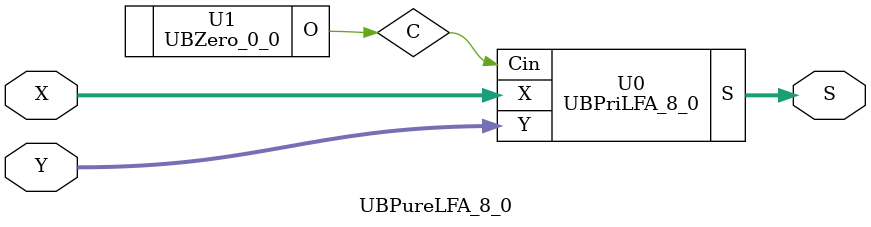
<source format=v>
/*----------------------------------------------------------------------------
  Copyright (c) 2021 Homma laboratory. All rights reserved.

  Top module: UBLFA_8_0_8_0

  Operand-1 length: 9
  Operand-2 length: 9
  Two-operand addition algorithm: Ladner-Fischer adder
----------------------------------------------------------------------------*/

module GPGenerator(Go, Po, A, B);
  output Go;
  output Po;
  input A;
  input B;
  assign Go = A & B;
  assign Po = A ^ B;
endmodule

module CarryOperator(Go, Po, Gi1, Pi1, Gi2, Pi2);
  output Go;
  output Po;
  input Gi1;
  input Gi2;
  input Pi1;
  input Pi2;
  assign Go = Gi1 | ( Gi2 & Pi1 );
  assign Po = Pi1 & Pi2;
endmodule

module UBPriLFA_8_0(S, X, Y, Cin);
  output [9:0] S;
  input Cin;
  input [8:0] X;
  input [8:0] Y;
  wire [8:0] G0;
  wire [8:0] G1;
  wire [8:0] G2;
  wire [8:0] G3;
  wire [8:0] G4;
  wire [8:0] P0;
  wire [8:0] P1;
  wire [8:0] P2;
  wire [8:0] P3;
  wire [8:0] P4;
  assign P1[0] = P0[0];
  assign G1[0] = G0[0];
  assign P1[2] = P0[2];
  assign G1[2] = G0[2];
  assign P1[4] = P0[4];
  assign G1[4] = G0[4];
  assign P1[6] = P0[6];
  assign G1[6] = G0[6];
  assign P1[8] = P0[8];
  assign G1[8] = G0[8];
  assign P2[0] = P1[0];
  assign G2[0] = G1[0];
  assign P2[1] = P1[1];
  assign G2[1] = G1[1];
  assign P2[4] = P1[4];
  assign G2[4] = G1[4];
  assign P2[5] = P1[5];
  assign G2[5] = G1[5];
  assign P2[8] = P1[8];
  assign G2[8] = G1[8];
  assign P3[0] = P2[0];
  assign G3[0] = G2[0];
  assign P3[1] = P2[1];
  assign G3[1] = G2[1];
  assign P3[2] = P2[2];
  assign G3[2] = G2[2];
  assign P3[3] = P2[3];
  assign G3[3] = G2[3];
  assign P3[8] = P2[8];
  assign G3[8] = G2[8];
  assign P4[0] = P3[0];
  assign G4[0] = G3[0];
  assign P4[1] = P3[1];
  assign G4[1] = G3[1];
  assign P4[2] = P3[2];
  assign G4[2] = G3[2];
  assign P4[3] = P3[3];
  assign G4[3] = G3[3];
  assign P4[4] = P3[4];
  assign G4[4] = G3[4];
  assign P4[5] = P3[5];
  assign G4[5] = G3[5];
  assign P4[6] = P3[6];
  assign G4[6] = G3[6];
  assign P4[7] = P3[7];
  assign G4[7] = G3[7];
  assign S[0] = Cin ^ P0[0];
  assign S[1] = ( G4[0] | ( P4[0] & Cin ) ) ^ P0[1];
  assign S[2] = ( G4[1] | ( P4[1] & Cin ) ) ^ P0[2];
  assign S[3] = ( G4[2] | ( P4[2] & Cin ) ) ^ P0[3];
  assign S[4] = ( G4[3] | ( P4[3] & Cin ) ) ^ P0[4];
  assign S[5] = ( G4[4] | ( P4[4] & Cin ) ) ^ P0[5];
  assign S[6] = ( G4[5] | ( P4[5] & Cin ) ) ^ P0[6];
  assign S[7] = ( G4[6] | ( P4[6] & Cin ) ) ^ P0[7];
  assign S[8] = ( G4[7] | ( P4[7] & Cin ) ) ^ P0[8];
  assign S[9] = G4[8] | ( P4[8] & Cin );
  GPGenerator U0 (G0[0], P0[0], X[0], Y[0]);
  GPGenerator U1 (G0[1], P0[1], X[1], Y[1]);
  GPGenerator U2 (G0[2], P0[2], X[2], Y[2]);
  GPGenerator U3 (G0[3], P0[3], X[3], Y[3]);
  GPGenerator U4 (G0[4], P0[4], X[4], Y[4]);
  GPGenerator U5 (G0[5], P0[5], X[5], Y[5]);
  GPGenerator U6 (G0[6], P0[6], X[6], Y[6]);
  GPGenerator U7 (G0[7], P0[7], X[7], Y[7]);
  GPGenerator U8 (G0[8], P0[8], X[8], Y[8]);
  CarryOperator U9 (G1[1], P1[1], G0[1], P0[1], G0[0], P0[0]);
  CarryOperator U10 (G1[3], P1[3], G0[3], P0[3], G0[2], P0[2]);
  CarryOperator U11 (G1[5], P1[5], G0[5], P0[5], G0[4], P0[4]);
  CarryOperator U12 (G1[7], P1[7], G0[7], P0[7], G0[6], P0[6]);
  CarryOperator U13 (G2[2], P2[2], G1[2], P1[2], G1[1], P1[1]);
  CarryOperator U14 (G2[3], P2[3], G1[3], P1[3], G1[1], P1[1]);
  CarryOperator U15 (G2[6], P2[6], G1[6], P1[6], G1[5], P1[5]);
  CarryOperator U16 (G2[7], P2[7], G1[7], P1[7], G1[5], P1[5]);
  CarryOperator U17 (G3[4], P3[4], G2[4], P2[4], G2[3], P2[3]);
  CarryOperator U18 (G3[5], P3[5], G2[5], P2[5], G2[3], P2[3]);
  CarryOperator U19 (G3[6], P3[6], G2[6], P2[6], G2[3], P2[3]);
  CarryOperator U20 (G3[7], P3[7], G2[7], P2[7], G2[3], P2[3]);
  CarryOperator U21 (G4[8], P4[8], G3[8], P3[8], G3[7], P3[7]);
endmodule

module UBZero_0_0(O);
  output [0:0] O;
  assign O[0] = 0;
endmodule

module UBLFA_8_0_8_0 (S, X, Y);
  output [9:0] S;
  input [8:0] X;
  input [8:0] Y;
  UBPureLFA_8_0 U0 (S[9:0], X[8:0], Y[8:0]);
endmodule

module UBPureLFA_8_0 (S, X, Y);
  output [9:0] S;
  input [8:0] X;
  input [8:0] Y;
  wire C;
  UBPriLFA_8_0 U0 (S, X, Y, C);
  UBZero_0_0 U1 (C);
endmodule


</source>
